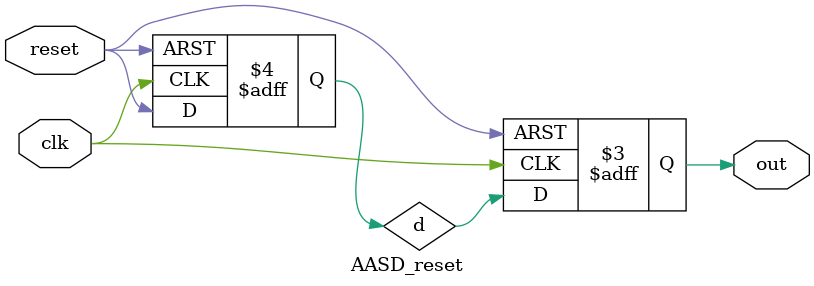
<source format=v>
/******************************************************************************
*** 																        ***
*** ECE 526 L Experiment #5             Jose Luis Martinez, Spring, 2021    ***
***                                                                         ***
*** Experiment 5 - 8-Bit Counter                                            ***
***                                                                         ***
*******************************************************************************
*** Filename: AASD_reset.v  Created by Jose Luis Martinez, Febuary 25, 2021 ***
***                                                                         ***
******************************************************************************/

`include "definitions.v"

module AASD_reset(out, clk, reset);
	input clk, reset;
	output reg out;

	reg d;

	always@(posedge clk or negedge reset) begin
		if(!reset) begin
			out <= 1'b0;
			d <= 1'b0;
		end else begin
			d <= reset;
			out <= d;
		end
	end
endmodule
</source>
